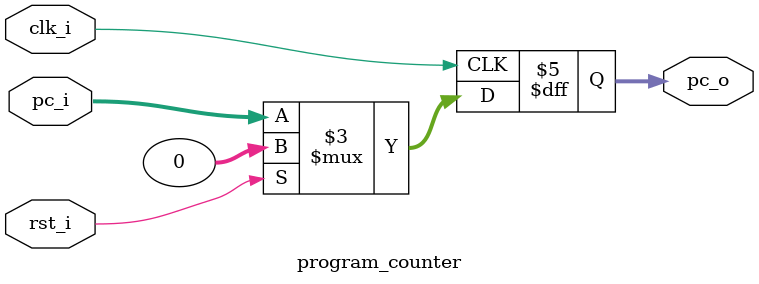
<source format=sv>
`timescale 1ns / 1ps


module program_counter(
 input  logic        clk_i
,input  logic        rst_i
,input  logic [31:0] pc_i
,output logic [31:0] pc_o
);

//  logic [31:0] buff;
//  initial buff = 32'b0;
//  initial pc_o = buff;
  //initial pc_o = 32'b0;
  
  
  always_ff @(posedge clk_i) begin
    if(rst_i)
      pc_o <= 32'b0;
    else
      pc_o <=  pc_i;
  end
  
  
endmodule

</source>
